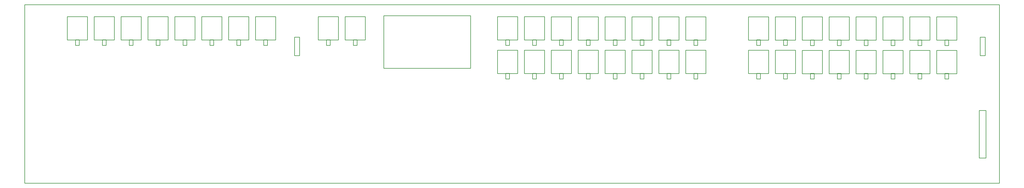
<source format=gko>
G04 Layer: BoardOutlineLayer*
G04 EasyEDA v6.5.34, 2023-08-10 18:14:54*
G04 9b39919d3bca49e6becb9180a70721ca,5a6b42c53f6a479593ecc07194224c93,10*
G04 Gerber Generator version 0.2*
G04 Scale: 100 percent, Rotated: No, Reflected: No *
G04 Dimensions in millimeters *
G04 leading zeros omitted , absolute positions ,4 integer and 5 decimal *
%FSLAX45Y45*%
%MOMM*%

%ADD10C,0.2540*%
D10*
X2032000Y8102600D02*
G01*
X46228000Y8102600D01*
X46228000Y0D01*
X2032000Y0D01*
X2032000Y8102600D01*
X45313600Y3302000D02*
G01*
X45313600Y1143000D01*
X45313600Y1143000D02*
G01*
X45618400Y1143000D01*
X45618400Y1143000D02*
G01*
X45618400Y3302000D01*
X45618400Y3302000D02*
G01*
X45313600Y3302000D01*
X4330700Y6518275D02*
G01*
X4330700Y6264275D01*
X4330700Y6264275D02*
G01*
X4502150Y6264275D01*
X4502150Y6264275D02*
G01*
X4502150Y6518275D01*
X4502150Y6518275D02*
G01*
X4330700Y6518275D01*
X3962400Y7566025D02*
G01*
X3962400Y6505575D01*
X3962400Y6505575D02*
G01*
X4876800Y6505575D01*
X4876800Y6505575D02*
G01*
X4876800Y7566025D01*
X4876800Y7566025D02*
G01*
X3962400Y7566025D01*
X5181600Y7566025D02*
G01*
X5181600Y6505575D01*
X5181600Y6505575D02*
G01*
X6096000Y6505575D01*
X6096000Y6505575D02*
G01*
X6096000Y7566025D01*
X6096000Y7566025D02*
G01*
X5181600Y7566025D01*
X5549900Y6518275D02*
G01*
X5549900Y6264275D01*
X5549900Y6264275D02*
G01*
X5721350Y6264275D01*
X5721350Y6264275D02*
G01*
X5721350Y6518275D01*
X5721350Y6518275D02*
G01*
X5549900Y6518275D01*
X6400800Y7566025D02*
G01*
X6400800Y6505575D01*
X6400800Y6505575D02*
G01*
X7315200Y6505575D01*
X7315200Y6505575D02*
G01*
X7315200Y7566025D01*
X7315200Y7566025D02*
G01*
X6400800Y7566025D01*
X6769100Y6518275D02*
G01*
X6769100Y6264275D01*
X6769100Y6264275D02*
G01*
X6940550Y6264275D01*
X6940550Y6264275D02*
G01*
X6940550Y6518275D01*
X6940550Y6518275D02*
G01*
X6769100Y6518275D01*
X7620000Y7566025D02*
G01*
X7620000Y6505575D01*
X7620000Y6505575D02*
G01*
X8534400Y6505575D01*
X8534400Y6505575D02*
G01*
X8534400Y7566025D01*
X8534400Y7566025D02*
G01*
X7620000Y7566025D01*
X7988300Y6518275D02*
G01*
X7988300Y6264275D01*
X7988300Y6264275D02*
G01*
X8159750Y6264275D01*
X8159750Y6264275D02*
G01*
X8159750Y6518275D01*
X8159750Y6518275D02*
G01*
X7988300Y6518275D01*
X8839200Y7566025D02*
G01*
X8839200Y6505575D01*
X8839200Y6505575D02*
G01*
X9753600Y6505575D01*
X9753600Y6505575D02*
G01*
X9753600Y7566025D01*
X9753600Y7566025D02*
G01*
X8839200Y7566025D01*
X9207500Y6518275D02*
G01*
X9207500Y6264275D01*
X9207500Y6264275D02*
G01*
X9378950Y6264275D01*
X9378950Y6264275D02*
G01*
X9378950Y6518275D01*
X9378950Y6518275D02*
G01*
X9207500Y6518275D01*
X10058400Y7566025D02*
G01*
X10058400Y6505575D01*
X10058400Y6505575D02*
G01*
X10972800Y6505575D01*
X10972800Y6505575D02*
G01*
X10972800Y7566025D01*
X10972800Y7566025D02*
G01*
X10058400Y7566025D01*
X10426700Y6518275D02*
G01*
X10426700Y6264275D01*
X10426700Y6264275D02*
G01*
X10598150Y6264275D01*
X10598150Y6264275D02*
G01*
X10598150Y6518275D01*
X10598150Y6518275D02*
G01*
X10426700Y6518275D01*
X11277600Y7566025D02*
G01*
X11277600Y6505575D01*
X11277600Y6505575D02*
G01*
X12192000Y6505575D01*
X12192000Y6505575D02*
G01*
X12192000Y7566025D01*
X12192000Y7566025D02*
G01*
X11277600Y7566025D01*
X11645900Y6518275D02*
G01*
X11645900Y6264275D01*
X11645900Y6264275D02*
G01*
X11817350Y6264275D01*
X11817350Y6264275D02*
G01*
X11817350Y6518275D01*
X11817350Y6518275D02*
G01*
X11645900Y6518275D01*
X12496800Y7566025D02*
G01*
X12496800Y6505575D01*
X12496800Y6505575D02*
G01*
X13411200Y6505575D01*
X13411200Y6505575D02*
G01*
X13411200Y7566025D01*
X13411200Y7566025D02*
G01*
X12496800Y7566025D01*
X12865100Y6518275D02*
G01*
X12865100Y6264275D01*
X12865100Y6264275D02*
G01*
X13036550Y6264275D01*
X13036550Y6264275D02*
G01*
X13036550Y6518275D01*
X13036550Y6518275D02*
G01*
X12865100Y6518275D01*
X15341600Y7566025D02*
G01*
X15341600Y6505575D01*
X15341600Y6505575D02*
G01*
X16256000Y6505575D01*
X16256000Y6505575D02*
G01*
X16256000Y7566025D01*
X16256000Y7566025D02*
G01*
X15341600Y7566025D01*
X15709900Y6518275D02*
G01*
X15709900Y6264275D01*
X15709900Y6264275D02*
G01*
X15881350Y6264275D01*
X15881350Y6264275D02*
G01*
X15881350Y6518275D01*
X15881350Y6518275D02*
G01*
X15709900Y6518275D01*
X16560800Y7566025D02*
G01*
X16560800Y6505575D01*
X16560800Y6505575D02*
G01*
X17475200Y6505575D01*
X17475200Y6505575D02*
G01*
X17475200Y7566025D01*
X17475200Y7566025D02*
G01*
X16560800Y7566025D01*
X16929100Y6518275D02*
G01*
X16929100Y6264275D01*
X16929100Y6264275D02*
G01*
X17100550Y6264275D01*
X17100550Y6264275D02*
G01*
X17100550Y6518275D01*
X17100550Y6518275D02*
G01*
X16929100Y6518275D01*
X23837900Y4994275D02*
G01*
X23837900Y4740275D01*
X23837900Y4740275D02*
G01*
X24009350Y4740275D01*
X24009350Y4740275D02*
G01*
X24009350Y4994275D01*
X24009350Y4994275D02*
G01*
X23837900Y4994275D01*
X25057100Y4994275D02*
G01*
X25057100Y4740275D01*
X25057100Y4740275D02*
G01*
X25228550Y4740275D01*
X25228550Y4740275D02*
G01*
X25228550Y4994275D01*
X25228550Y4994275D02*
G01*
X25057100Y4994275D01*
X26276300Y4994275D02*
G01*
X26276300Y4740275D01*
X26276300Y4740275D02*
G01*
X26447750Y4740275D01*
X26447750Y4740275D02*
G01*
X26447750Y4994275D01*
X26447750Y4994275D02*
G01*
X26276300Y4994275D01*
X27495500Y4994275D02*
G01*
X27495500Y4740275D01*
X27495500Y4740275D02*
G01*
X27666950Y4740275D01*
X27666950Y4740275D02*
G01*
X27666950Y4994275D01*
X27666950Y4994275D02*
G01*
X27495500Y4994275D01*
X28714700Y4994275D02*
G01*
X28714700Y4740275D01*
X28714700Y4740275D02*
G01*
X28886150Y4740275D01*
X28886150Y4740275D02*
G01*
X28886150Y4994275D01*
X28886150Y4994275D02*
G01*
X28714700Y4994275D01*
X29933900Y4994275D02*
G01*
X29933900Y4740275D01*
X29933900Y4740275D02*
G01*
X30105350Y4740275D01*
X30105350Y4740275D02*
G01*
X30105350Y4994275D01*
X30105350Y4994275D02*
G01*
X29933900Y4994275D01*
X31153100Y4994275D02*
G01*
X31153100Y4740275D01*
X31153100Y4740275D02*
G01*
X31324550Y4740275D01*
X31324550Y4740275D02*
G01*
X31324550Y4994275D01*
X31324550Y4994275D02*
G01*
X31153100Y4994275D01*
X32372300Y4994275D02*
G01*
X32372300Y4740275D01*
X32372300Y4740275D02*
G01*
X32543750Y4740275D01*
X32543750Y4740275D02*
G01*
X32543750Y4994275D01*
X32543750Y4994275D02*
G01*
X32372300Y4994275D01*
X35217100Y4994275D02*
G01*
X35217100Y4740275D01*
X35217100Y4740275D02*
G01*
X35388550Y4740275D01*
X35388550Y4740275D02*
G01*
X35388550Y4994275D01*
X35388550Y4994275D02*
G01*
X35217100Y4994275D01*
X36436300Y4994275D02*
G01*
X36436300Y4740275D01*
X36436300Y4740275D02*
G01*
X36607750Y4740275D01*
X36607750Y4740275D02*
G01*
X36607750Y4994275D01*
X36607750Y4994275D02*
G01*
X36436300Y4994275D01*
X37655500Y4994275D02*
G01*
X37655500Y4740275D01*
X37655500Y4740275D02*
G01*
X37826950Y4740275D01*
X37826950Y4740275D02*
G01*
X37826950Y4994275D01*
X37826950Y4994275D02*
G01*
X37655500Y4994275D01*
X38874700Y4994275D02*
G01*
X38874700Y4740275D01*
X38874700Y4740275D02*
G01*
X39046150Y4740275D01*
X39046150Y4740275D02*
G01*
X39046150Y4994275D01*
X39046150Y4994275D02*
G01*
X38874700Y4994275D01*
X40093900Y4994275D02*
G01*
X40093900Y4740275D01*
X40093900Y4740275D02*
G01*
X40265350Y4740275D01*
X40265350Y4740275D02*
G01*
X40265350Y4994275D01*
X40265350Y4994275D02*
G01*
X40093900Y4994275D01*
X41313100Y4994275D02*
G01*
X41313100Y4740275D01*
X41313100Y4740275D02*
G01*
X41484550Y4740275D01*
X41484550Y4740275D02*
G01*
X41484550Y4994275D01*
X41484550Y4994275D02*
G01*
X41313100Y4994275D01*
X42532300Y4994275D02*
G01*
X42532300Y4740275D01*
X42532300Y4740275D02*
G01*
X42703750Y4740275D01*
X42703750Y4740275D02*
G01*
X42703750Y4994275D01*
X42703750Y4994275D02*
G01*
X42532300Y4994275D01*
X43751500Y4994275D02*
G01*
X43751500Y4740275D01*
X43751500Y4740275D02*
G01*
X43922950Y4740275D01*
X43922950Y4740275D02*
G01*
X43922950Y4994275D01*
X43922950Y4994275D02*
G01*
X43751500Y4994275D01*
X14262100Y6629400D02*
G01*
X14262100Y5791200D01*
X14262100Y5791200D02*
G01*
X14490700Y5791200D01*
X14490700Y5791200D02*
G01*
X14490700Y6629400D01*
X14490700Y6629400D02*
G01*
X14262100Y6629400D01*
X18313400Y7607300D02*
G01*
X18313400Y5219700D01*
X18313400Y5219700D02*
G01*
X22250400Y5219700D01*
X22250400Y5219700D02*
G01*
X22250400Y7607300D01*
X22250400Y7607300D02*
G01*
X18313400Y7607300D01*
X23469600Y6042025D02*
G01*
X23469600Y4981575D01*
X23469600Y4981575D02*
G01*
X24384000Y4981575D01*
X24384000Y4981575D02*
G01*
X24384000Y6042025D01*
X24384000Y6042025D02*
G01*
X23469600Y6042025D01*
X23837900Y6515100D02*
G01*
X23837900Y6261100D01*
X23837900Y6261100D02*
G01*
X24009350Y6261100D01*
X24009350Y6261100D02*
G01*
X24009350Y6515100D01*
X24009350Y6515100D02*
G01*
X23837900Y6515100D01*
X23469600Y7562850D02*
G01*
X23469600Y6502400D01*
X23469600Y6502400D02*
G01*
X24384000Y6502400D01*
X24384000Y6502400D02*
G01*
X24384000Y7562850D01*
X24384000Y7562850D02*
G01*
X23469600Y7562850D01*
X24688800Y7562850D02*
G01*
X24688800Y6502400D01*
X24688800Y6502400D02*
G01*
X25603200Y6502400D01*
X25603200Y6502400D02*
G01*
X25603200Y7562850D01*
X25603200Y7562850D02*
G01*
X24688800Y7562850D01*
X25057100Y6515100D02*
G01*
X25057100Y6261100D01*
X25057100Y6261100D02*
G01*
X25228550Y6261100D01*
X25228550Y6261100D02*
G01*
X25228550Y6515100D01*
X25228550Y6515100D02*
G01*
X25057100Y6515100D01*
X24688800Y6042025D02*
G01*
X24688800Y4981575D01*
X24688800Y4981575D02*
G01*
X25603200Y4981575D01*
X25603200Y4981575D02*
G01*
X25603200Y6042025D01*
X25603200Y6042025D02*
G01*
X24688800Y6042025D01*
X25908000Y7559675D02*
G01*
X25908000Y6499225D01*
X25908000Y6499225D02*
G01*
X26822400Y6499225D01*
X26822400Y6499225D02*
G01*
X26822400Y7559675D01*
X26822400Y7559675D02*
G01*
X25908000Y7559675D01*
X26276300Y6511925D02*
G01*
X26276300Y6257925D01*
X26276300Y6257925D02*
G01*
X26447750Y6257925D01*
X26447750Y6257925D02*
G01*
X26447750Y6511925D01*
X26447750Y6511925D02*
G01*
X26276300Y6511925D01*
X25908000Y6038850D02*
G01*
X25908000Y4978400D01*
X25908000Y4978400D02*
G01*
X26822400Y4978400D01*
X26822400Y4978400D02*
G01*
X26822400Y6038850D01*
X26822400Y6038850D02*
G01*
X25908000Y6038850D01*
X27127200Y7559675D02*
G01*
X27127200Y6499225D01*
X27127200Y6499225D02*
G01*
X28041600Y6499225D01*
X28041600Y6499225D02*
G01*
X28041600Y7559675D01*
X28041600Y7559675D02*
G01*
X27127200Y7559675D01*
X27495500Y6511925D02*
G01*
X27495500Y6257925D01*
X27495500Y6257925D02*
G01*
X27666950Y6257925D01*
X27666950Y6257925D02*
G01*
X27666950Y6511925D01*
X27666950Y6511925D02*
G01*
X27495500Y6511925D01*
X27127200Y6038850D02*
G01*
X27127200Y4978400D01*
X27127200Y4978400D02*
G01*
X28041600Y4978400D01*
X28041600Y4978400D02*
G01*
X28041600Y6038850D01*
X28041600Y6038850D02*
G01*
X27127200Y6038850D01*
X28346400Y7559675D02*
G01*
X28346400Y6499225D01*
X28346400Y6499225D02*
G01*
X29260800Y6499225D01*
X29260800Y6499225D02*
G01*
X29260800Y7559675D01*
X29260800Y7559675D02*
G01*
X28346400Y7559675D01*
X28714700Y6511925D02*
G01*
X28714700Y6257925D01*
X28714700Y6257925D02*
G01*
X28886150Y6257925D01*
X28886150Y6257925D02*
G01*
X28886150Y6511925D01*
X28886150Y6511925D02*
G01*
X28714700Y6511925D01*
X28346400Y6038850D02*
G01*
X28346400Y4978400D01*
X28346400Y4978400D02*
G01*
X29260800Y4978400D01*
X29260800Y4978400D02*
G01*
X29260800Y6038850D01*
X29260800Y6038850D02*
G01*
X28346400Y6038850D01*
X29565600Y7559675D02*
G01*
X29565600Y6499225D01*
X29565600Y6499225D02*
G01*
X30480000Y6499225D01*
X30480000Y6499225D02*
G01*
X30480000Y7559675D01*
X30480000Y7559675D02*
G01*
X29565600Y7559675D01*
X29933900Y6511925D02*
G01*
X29933900Y6257925D01*
X29933900Y6257925D02*
G01*
X30105350Y6257925D01*
X30105350Y6257925D02*
G01*
X30105350Y6511925D01*
X30105350Y6511925D02*
G01*
X29933900Y6511925D01*
X29565600Y6038850D02*
G01*
X29565600Y4978400D01*
X29565600Y4978400D02*
G01*
X30480000Y4978400D01*
X30480000Y4978400D02*
G01*
X30480000Y6038850D01*
X30480000Y6038850D02*
G01*
X29565600Y6038850D01*
X30784800Y7559675D02*
G01*
X30784800Y6499225D01*
X30784800Y6499225D02*
G01*
X31699200Y6499225D01*
X31699200Y6499225D02*
G01*
X31699200Y7559675D01*
X31699200Y7559675D02*
G01*
X30784800Y7559675D01*
X31153100Y6511925D02*
G01*
X31153100Y6257925D01*
X31153100Y6257925D02*
G01*
X31324550Y6257925D01*
X31324550Y6257925D02*
G01*
X31324550Y6511925D01*
X31324550Y6511925D02*
G01*
X31153100Y6511925D01*
X30784800Y6038850D02*
G01*
X30784800Y4978400D01*
X30784800Y4978400D02*
G01*
X31699200Y4978400D01*
X31699200Y4978400D02*
G01*
X31699200Y6038850D01*
X31699200Y6038850D02*
G01*
X30784800Y6038850D01*
X32004000Y7559675D02*
G01*
X32004000Y6499225D01*
X32004000Y6499225D02*
G01*
X32918400Y6499225D01*
X32918400Y6499225D02*
G01*
X32918400Y7559675D01*
X32918400Y7559675D02*
G01*
X32004000Y7559675D01*
X32372300Y6511925D02*
G01*
X32372300Y6257925D01*
X32372300Y6257925D02*
G01*
X32543750Y6257925D01*
X32543750Y6257925D02*
G01*
X32543750Y6511925D01*
X32543750Y6511925D02*
G01*
X32372300Y6511925D01*
X32004000Y6038850D02*
G01*
X32004000Y4978400D01*
X32004000Y4978400D02*
G01*
X32918400Y4978400D01*
X32918400Y4978400D02*
G01*
X32918400Y6038850D01*
X32918400Y6038850D02*
G01*
X32004000Y6038850D01*
X43383200Y6035675D02*
G01*
X43383200Y4975225D01*
X43383200Y4975225D02*
G01*
X44297600Y4975225D01*
X44297600Y4975225D02*
G01*
X44297600Y6035675D01*
X44297600Y6035675D02*
G01*
X43383200Y6035675D01*
X43751500Y6508750D02*
G01*
X43751500Y6254750D01*
X43751500Y6254750D02*
G01*
X43922950Y6254750D01*
X43922950Y6254750D02*
G01*
X43922950Y6508750D01*
X43922950Y6508750D02*
G01*
X43751500Y6508750D01*
X43383200Y7556500D02*
G01*
X43383200Y6496050D01*
X43383200Y6496050D02*
G01*
X44297600Y6496050D01*
X44297600Y6496050D02*
G01*
X44297600Y7556500D01*
X44297600Y7556500D02*
G01*
X43383200Y7556500D01*
X42164000Y6035675D02*
G01*
X42164000Y4975225D01*
X42164000Y4975225D02*
G01*
X43078400Y4975225D01*
X43078400Y4975225D02*
G01*
X43078400Y6035675D01*
X43078400Y6035675D02*
G01*
X42164000Y6035675D01*
X42532300Y6508750D02*
G01*
X42532300Y6254750D01*
X42532300Y6254750D02*
G01*
X42703750Y6254750D01*
X42703750Y6254750D02*
G01*
X42703750Y6508750D01*
X42703750Y6508750D02*
G01*
X42532300Y6508750D01*
X42164000Y7556500D02*
G01*
X42164000Y6496050D01*
X42164000Y6496050D02*
G01*
X43078400Y6496050D01*
X43078400Y6496050D02*
G01*
X43078400Y7556500D01*
X43078400Y7556500D02*
G01*
X42164000Y7556500D01*
X40944800Y6035675D02*
G01*
X40944800Y4975225D01*
X40944800Y4975225D02*
G01*
X41859200Y4975225D01*
X41859200Y4975225D02*
G01*
X41859200Y6035675D01*
X41859200Y6035675D02*
G01*
X40944800Y6035675D01*
X41313100Y6508750D02*
G01*
X41313100Y6254750D01*
X41313100Y6254750D02*
G01*
X41484550Y6254750D01*
X41484550Y6254750D02*
G01*
X41484550Y6508750D01*
X41484550Y6508750D02*
G01*
X41313100Y6508750D01*
X40944800Y7556500D02*
G01*
X40944800Y6496050D01*
X40944800Y6496050D02*
G01*
X41859200Y6496050D01*
X41859200Y6496050D02*
G01*
X41859200Y7556500D01*
X41859200Y7556500D02*
G01*
X40944800Y7556500D01*
X39725600Y6035675D02*
G01*
X39725600Y4975225D01*
X39725600Y4975225D02*
G01*
X40640000Y4975225D01*
X40640000Y4975225D02*
G01*
X40640000Y6035675D01*
X40640000Y6035675D02*
G01*
X39725600Y6035675D01*
X40093900Y6508750D02*
G01*
X40093900Y6254750D01*
X40093900Y6254750D02*
G01*
X40265350Y6254750D01*
X40265350Y6254750D02*
G01*
X40265350Y6508750D01*
X40265350Y6508750D02*
G01*
X40093900Y6508750D01*
X39725600Y7556500D02*
G01*
X39725600Y6496050D01*
X39725600Y6496050D02*
G01*
X40640000Y6496050D01*
X40640000Y6496050D02*
G01*
X40640000Y7556500D01*
X40640000Y7556500D02*
G01*
X39725600Y7556500D01*
X38506400Y6035675D02*
G01*
X38506400Y4975225D01*
X38506400Y4975225D02*
G01*
X39420800Y4975225D01*
X39420800Y4975225D02*
G01*
X39420800Y6035675D01*
X39420800Y6035675D02*
G01*
X38506400Y6035675D01*
X38874700Y6508750D02*
G01*
X38874700Y6254750D01*
X38874700Y6254750D02*
G01*
X39046150Y6254750D01*
X39046150Y6254750D02*
G01*
X39046150Y6508750D01*
X39046150Y6508750D02*
G01*
X38874700Y6508750D01*
X38506400Y7556500D02*
G01*
X38506400Y6496050D01*
X38506400Y6496050D02*
G01*
X39420800Y6496050D01*
X39420800Y6496050D02*
G01*
X39420800Y7556500D01*
X39420800Y7556500D02*
G01*
X38506400Y7556500D01*
X37287200Y6035675D02*
G01*
X37287200Y4975225D01*
X37287200Y4975225D02*
G01*
X38201600Y4975225D01*
X38201600Y4975225D02*
G01*
X38201600Y6035675D01*
X38201600Y6035675D02*
G01*
X37287200Y6035675D01*
X37655500Y6508750D02*
G01*
X37655500Y6254750D01*
X37655500Y6254750D02*
G01*
X37826950Y6254750D01*
X37826950Y6254750D02*
G01*
X37826950Y6508750D01*
X37826950Y6508750D02*
G01*
X37655500Y6508750D01*
X37287200Y7556500D02*
G01*
X37287200Y6496050D01*
X37287200Y6496050D02*
G01*
X38201600Y6496050D01*
X38201600Y6496050D02*
G01*
X38201600Y7556500D01*
X38201600Y7556500D02*
G01*
X37287200Y7556500D01*
X36068000Y6038850D02*
G01*
X36068000Y4978400D01*
X36068000Y4978400D02*
G01*
X36982400Y4978400D01*
X36982400Y4978400D02*
G01*
X36982400Y6038850D01*
X36982400Y6038850D02*
G01*
X36068000Y6038850D01*
X36436300Y6511925D02*
G01*
X36436300Y6257925D01*
X36436300Y6257925D02*
G01*
X36607750Y6257925D01*
X36607750Y6257925D02*
G01*
X36607750Y6511925D01*
X36607750Y6511925D02*
G01*
X36436300Y6511925D01*
X36068000Y7559675D02*
G01*
X36068000Y6499225D01*
X36068000Y6499225D02*
G01*
X36982400Y6499225D01*
X36982400Y6499225D02*
G01*
X36982400Y7559675D01*
X36982400Y7559675D02*
G01*
X36068000Y7559675D01*
X34848800Y7559675D02*
G01*
X34848800Y6499225D01*
X34848800Y6499225D02*
G01*
X35763200Y6499225D01*
X35763200Y6499225D02*
G01*
X35763200Y7559675D01*
X35763200Y7559675D02*
G01*
X34848800Y7559675D01*
X35217100Y6511925D02*
G01*
X35217100Y6257925D01*
X35217100Y6257925D02*
G01*
X35388550Y6257925D01*
X35388550Y6257925D02*
G01*
X35388550Y6511925D01*
X35388550Y6511925D02*
G01*
X35217100Y6511925D01*
X34848800Y6038850D02*
G01*
X34848800Y4978400D01*
X34848800Y4978400D02*
G01*
X35763200Y4978400D01*
X35763200Y4978400D02*
G01*
X35763200Y6038850D01*
X35763200Y6038850D02*
G01*
X34848800Y6038850D01*
X45351700Y6629400D02*
G01*
X45351700Y5791200D01*
X45351700Y5791200D02*
G01*
X45580300Y5791200D01*
X45580300Y5791200D02*
G01*
X45580300Y6629400D01*
X45580300Y6629400D02*
G01*
X45351700Y6629400D01*

%LPD*%
M02*

</source>
